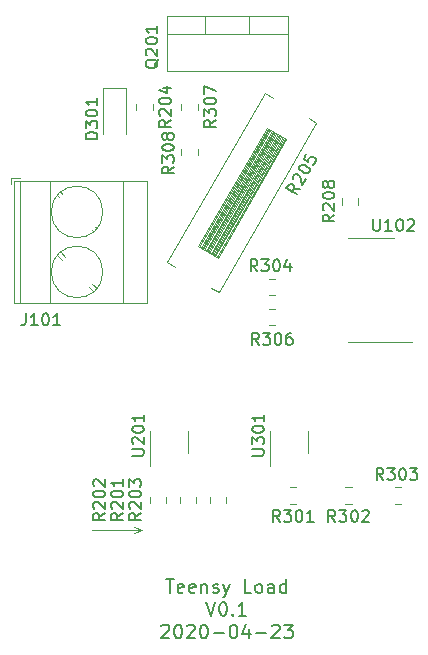
<source format=gbr>
G04 #@! TF.GenerationSoftware,KiCad,Pcbnew,5.1.5*
G04 #@! TF.CreationDate,2020-04-23T21:43:41+02:00*
G04 #@! TF.ProjectId,teensy-load,7465656e-7379-42d6-9c6f-61642e6b6963,rev?*
G04 #@! TF.SameCoordinates,Original*
G04 #@! TF.FileFunction,Legend,Top*
G04 #@! TF.FilePolarity,Positive*
%FSLAX46Y46*%
G04 Gerber Fmt 4.6, Leading zero omitted, Abs format (unit mm)*
G04 Created by KiCad (PCBNEW 5.1.5) date 2020-04-23 21:43:41*
%MOMM*%
%LPD*%
G04 APERTURE LIST*
%ADD10C,0.120000*%
%ADD11C,0.203200*%
%ADD12C,0.150000*%
G04 APERTURE END LIST*
D10*
X121031000Y-98044000D02*
X120396000Y-98298000D01*
X121031000Y-98044000D02*
X120396000Y-97790000D01*
X116840000Y-98044000D02*
X121031000Y-98044000D01*
D11*
X123099285Y-102231371D02*
X123752428Y-102231371D01*
X123425857Y-103374371D02*
X123425857Y-102231371D01*
X124568857Y-103319942D02*
X124460000Y-103374371D01*
X124242285Y-103374371D01*
X124133428Y-103319942D01*
X124079000Y-103211085D01*
X124079000Y-102775657D01*
X124133428Y-102666800D01*
X124242285Y-102612371D01*
X124460000Y-102612371D01*
X124568857Y-102666800D01*
X124623285Y-102775657D01*
X124623285Y-102884514D01*
X124079000Y-102993371D01*
X125548571Y-103319942D02*
X125439714Y-103374371D01*
X125222000Y-103374371D01*
X125113142Y-103319942D01*
X125058714Y-103211085D01*
X125058714Y-102775657D01*
X125113142Y-102666800D01*
X125222000Y-102612371D01*
X125439714Y-102612371D01*
X125548571Y-102666800D01*
X125603000Y-102775657D01*
X125603000Y-102884514D01*
X125058714Y-102993371D01*
X126092857Y-102612371D02*
X126092857Y-103374371D01*
X126092857Y-102721228D02*
X126147285Y-102666800D01*
X126256142Y-102612371D01*
X126419428Y-102612371D01*
X126528285Y-102666800D01*
X126582714Y-102775657D01*
X126582714Y-103374371D01*
X127072571Y-103319942D02*
X127181428Y-103374371D01*
X127399142Y-103374371D01*
X127508000Y-103319942D01*
X127562428Y-103211085D01*
X127562428Y-103156657D01*
X127508000Y-103047800D01*
X127399142Y-102993371D01*
X127235857Y-102993371D01*
X127127000Y-102938942D01*
X127072571Y-102830085D01*
X127072571Y-102775657D01*
X127127000Y-102666800D01*
X127235857Y-102612371D01*
X127399142Y-102612371D01*
X127508000Y-102666800D01*
X127943428Y-102612371D02*
X128215571Y-103374371D01*
X128487714Y-102612371D02*
X128215571Y-103374371D01*
X128106714Y-103646514D01*
X128052285Y-103700942D01*
X127943428Y-103755371D01*
X130338285Y-103374371D02*
X129794000Y-103374371D01*
X129794000Y-102231371D01*
X130882571Y-103374371D02*
X130773714Y-103319942D01*
X130719285Y-103265514D01*
X130664857Y-103156657D01*
X130664857Y-102830085D01*
X130719285Y-102721228D01*
X130773714Y-102666800D01*
X130882571Y-102612371D01*
X131045857Y-102612371D01*
X131154714Y-102666800D01*
X131209142Y-102721228D01*
X131263571Y-102830085D01*
X131263571Y-103156657D01*
X131209142Y-103265514D01*
X131154714Y-103319942D01*
X131045857Y-103374371D01*
X130882571Y-103374371D01*
X132243285Y-103374371D02*
X132243285Y-102775657D01*
X132188857Y-102666800D01*
X132080000Y-102612371D01*
X131862285Y-102612371D01*
X131753428Y-102666800D01*
X132243285Y-103319942D02*
X132134428Y-103374371D01*
X131862285Y-103374371D01*
X131753428Y-103319942D01*
X131699000Y-103211085D01*
X131699000Y-103102228D01*
X131753428Y-102993371D01*
X131862285Y-102938942D01*
X132134428Y-102938942D01*
X132243285Y-102884514D01*
X133277428Y-103374371D02*
X133277428Y-102231371D01*
X133277428Y-103319942D02*
X133168571Y-103374371D01*
X132950857Y-103374371D01*
X132842000Y-103319942D01*
X132787571Y-103265514D01*
X132733142Y-103156657D01*
X132733142Y-102830085D01*
X132787571Y-102721228D01*
X132842000Y-102666800D01*
X132950857Y-102612371D01*
X133168571Y-102612371D01*
X133277428Y-102666800D01*
X126528285Y-104149071D02*
X126909285Y-105292071D01*
X127290285Y-104149071D01*
X127889000Y-104149071D02*
X127997857Y-104149071D01*
X128106714Y-104203500D01*
X128161142Y-104257928D01*
X128215571Y-104366785D01*
X128270000Y-104584500D01*
X128270000Y-104856642D01*
X128215571Y-105074357D01*
X128161142Y-105183214D01*
X128106714Y-105237642D01*
X127997857Y-105292071D01*
X127889000Y-105292071D01*
X127780142Y-105237642D01*
X127725714Y-105183214D01*
X127671285Y-105074357D01*
X127616857Y-104856642D01*
X127616857Y-104584500D01*
X127671285Y-104366785D01*
X127725714Y-104257928D01*
X127780142Y-104203500D01*
X127889000Y-104149071D01*
X128759857Y-105183214D02*
X128814285Y-105237642D01*
X128759857Y-105292071D01*
X128705428Y-105237642D01*
X128759857Y-105183214D01*
X128759857Y-105292071D01*
X129902857Y-105292071D02*
X129249714Y-105292071D01*
X129576285Y-105292071D02*
X129576285Y-104149071D01*
X129467428Y-104312357D01*
X129358571Y-104421214D01*
X129249714Y-104475642D01*
X122718285Y-106175628D02*
X122772714Y-106121200D01*
X122881571Y-106066771D01*
X123153714Y-106066771D01*
X123262571Y-106121200D01*
X123317000Y-106175628D01*
X123371428Y-106284485D01*
X123371428Y-106393342D01*
X123317000Y-106556628D01*
X122663857Y-107209771D01*
X123371428Y-107209771D01*
X124079000Y-106066771D02*
X124187857Y-106066771D01*
X124296714Y-106121200D01*
X124351142Y-106175628D01*
X124405571Y-106284485D01*
X124460000Y-106502200D01*
X124460000Y-106774342D01*
X124405571Y-106992057D01*
X124351142Y-107100914D01*
X124296714Y-107155342D01*
X124187857Y-107209771D01*
X124079000Y-107209771D01*
X123970142Y-107155342D01*
X123915714Y-107100914D01*
X123861285Y-106992057D01*
X123806857Y-106774342D01*
X123806857Y-106502200D01*
X123861285Y-106284485D01*
X123915714Y-106175628D01*
X123970142Y-106121200D01*
X124079000Y-106066771D01*
X124895428Y-106175628D02*
X124949857Y-106121200D01*
X125058714Y-106066771D01*
X125330857Y-106066771D01*
X125439714Y-106121200D01*
X125494142Y-106175628D01*
X125548571Y-106284485D01*
X125548571Y-106393342D01*
X125494142Y-106556628D01*
X124841000Y-107209771D01*
X125548571Y-107209771D01*
X126256142Y-106066771D02*
X126365000Y-106066771D01*
X126473857Y-106121200D01*
X126528285Y-106175628D01*
X126582714Y-106284485D01*
X126637142Y-106502200D01*
X126637142Y-106774342D01*
X126582714Y-106992057D01*
X126528285Y-107100914D01*
X126473857Y-107155342D01*
X126365000Y-107209771D01*
X126256142Y-107209771D01*
X126147285Y-107155342D01*
X126092857Y-107100914D01*
X126038428Y-106992057D01*
X125984000Y-106774342D01*
X125984000Y-106502200D01*
X126038428Y-106284485D01*
X126092857Y-106175628D01*
X126147285Y-106121200D01*
X126256142Y-106066771D01*
X127127000Y-106774342D02*
X127997857Y-106774342D01*
X128759857Y-106066771D02*
X128868714Y-106066771D01*
X128977571Y-106121200D01*
X129032000Y-106175628D01*
X129086428Y-106284485D01*
X129140857Y-106502200D01*
X129140857Y-106774342D01*
X129086428Y-106992057D01*
X129032000Y-107100914D01*
X128977571Y-107155342D01*
X128868714Y-107209771D01*
X128759857Y-107209771D01*
X128651000Y-107155342D01*
X128596571Y-107100914D01*
X128542142Y-106992057D01*
X128487714Y-106774342D01*
X128487714Y-106502200D01*
X128542142Y-106284485D01*
X128596571Y-106175628D01*
X128651000Y-106121200D01*
X128759857Y-106066771D01*
X130120571Y-106447771D02*
X130120571Y-107209771D01*
X129848428Y-106012342D02*
X129576285Y-106828771D01*
X130283857Y-106828771D01*
X130719285Y-106774342D02*
X131590142Y-106774342D01*
X132080000Y-106175628D02*
X132134428Y-106121200D01*
X132243285Y-106066771D01*
X132515428Y-106066771D01*
X132624285Y-106121200D01*
X132678714Y-106175628D01*
X132733142Y-106284485D01*
X132733142Y-106393342D01*
X132678714Y-106556628D01*
X132025571Y-107209771D01*
X132733142Y-107209771D01*
X133114142Y-106066771D02*
X133821714Y-106066771D01*
X133440714Y-106502200D01*
X133604000Y-106502200D01*
X133712857Y-106556628D01*
X133767285Y-106611057D01*
X133821714Y-106719914D01*
X133821714Y-106992057D01*
X133767285Y-107100914D01*
X133712857Y-107155342D01*
X133604000Y-107209771D01*
X133277428Y-107209771D01*
X133168571Y-107155342D01*
X133114142Y-107100914D01*
D10*
X135166884Y-63198064D02*
X135842384Y-63588064D01*
X135842384Y-63588064D02*
X127572384Y-77912124D01*
X127572384Y-77912124D02*
X126896884Y-77522124D01*
X132153116Y-61458064D02*
X131477616Y-61068064D01*
X131477616Y-61068064D02*
X123207616Y-75392124D01*
X123207616Y-75392124D02*
X123883116Y-75782124D01*
X133286025Y-64975807D02*
X127496025Y-75004381D01*
X133182102Y-64915807D02*
X127392102Y-74944381D01*
X133078179Y-64855807D02*
X127288179Y-74884381D01*
X132974256Y-64795807D02*
X127184256Y-74824381D01*
X132870333Y-64735807D02*
X127080333Y-74764381D01*
X132766410Y-64675807D02*
X126976410Y-74704381D01*
X132662487Y-64615807D02*
X126872487Y-74644381D01*
X132558564Y-64555807D02*
X126768564Y-74584381D01*
X132454641Y-64495807D02*
X126664641Y-74524381D01*
X132350718Y-64435807D02*
X126560718Y-74464381D01*
X132246795Y-64375807D02*
X126456795Y-74404381D01*
X132142872Y-64315807D02*
X126352872Y-74344381D01*
X132038949Y-64255807D02*
X126248949Y-74284381D01*
X131935026Y-64195807D02*
X126145026Y-74224381D01*
X131831103Y-64135807D02*
X126041103Y-74164381D01*
X131727180Y-64075807D02*
X125937180Y-74104381D01*
X131623257Y-64015807D02*
X125833257Y-74044381D01*
X133286025Y-64975807D02*
X131623257Y-64015807D01*
X127496025Y-75004381D02*
X125833257Y-74044381D01*
X123138000Y-95242748D02*
X123138000Y-95765252D01*
X121718000Y-95242748D02*
X121718000Y-95765252D01*
X140462000Y-73289000D02*
X138512000Y-73289000D01*
X140462000Y-73289000D02*
X142412000Y-73289000D01*
X140462000Y-82159000D02*
X138512000Y-82159000D01*
X140462000Y-82159000D02*
X143912000Y-82159000D01*
X139394000Y-70492252D02*
X139394000Y-69969748D01*
X137974000Y-70492252D02*
X137974000Y-69969748D01*
X119745000Y-60665000D02*
X117745000Y-60665000D01*
X117745000Y-60665000D02*
X117745000Y-64515000D01*
X119745000Y-60665000D02*
X119745000Y-64515000D01*
X117750000Y-71120000D02*
G75*
G03X117750000Y-71120000I-2180000J0D01*
G01*
X117750000Y-76200000D02*
G75*
G03X117750000Y-76200000I-2180000J0D01*
G01*
X110770000Y-68520000D02*
X110770000Y-78800000D01*
X113270000Y-68520000D02*
X113270000Y-78800000D01*
X119470000Y-68520000D02*
X119470000Y-78800000D01*
X121530000Y-68520000D02*
X121530000Y-78800000D01*
X110210000Y-68520000D02*
X110210000Y-78800000D01*
X121530000Y-68520000D02*
X110210000Y-68520000D01*
X121530000Y-78800000D02*
X110210000Y-78800000D01*
X116958000Y-72774000D02*
X116851000Y-72667000D01*
X114023000Y-69838000D02*
X113916000Y-69732000D01*
X117224000Y-72508000D02*
X117117000Y-72401000D01*
X114289000Y-69572000D02*
X114182000Y-69466000D01*
X116958000Y-77854000D02*
X116562000Y-77459000D01*
X114296000Y-75193000D02*
X113916000Y-74813000D01*
X117224000Y-77588000D02*
X116844000Y-77208000D01*
X114578000Y-74942000D02*
X114182000Y-74547000D01*
X110710000Y-68280000D02*
X109970000Y-68280000D01*
X109970000Y-68280000D02*
X109970000Y-68780000D01*
X123150000Y-54515000D02*
X133390000Y-54515000D01*
X123150000Y-59156000D02*
X133390000Y-59156000D01*
X123150000Y-54515000D02*
X123150000Y-59156000D01*
X133390000Y-54515000D02*
X133390000Y-59156000D01*
X123150000Y-56025000D02*
X133390000Y-56025000D01*
X126420000Y-54515000D02*
X126420000Y-56025000D01*
X130121000Y-54515000D02*
X130121000Y-56025000D01*
X128218000Y-95251748D02*
X128218000Y-95774252D01*
X126798000Y-95251748D02*
X126798000Y-95774252D01*
X120575000Y-61968748D02*
X120575000Y-62491252D01*
X121995000Y-61968748D02*
X121995000Y-62491252D01*
X133596748Y-94413000D02*
X134119252Y-94413000D01*
X133596748Y-95833000D02*
X134119252Y-95833000D01*
X138286748Y-95833000D02*
X138809252Y-95833000D01*
X138286748Y-94413000D02*
X138809252Y-94413000D01*
X125805000Y-61968748D02*
X125805000Y-62491252D01*
X124385000Y-61968748D02*
X124385000Y-62491252D01*
X124385000Y-65778748D02*
X124385000Y-66301252D01*
X125805000Y-65778748D02*
X125805000Y-66301252D01*
X124988000Y-91498000D02*
X124988000Y-89698000D01*
X121768000Y-89698000D02*
X121768000Y-92648000D01*
X131933000Y-89698000D02*
X131933000Y-92648000D01*
X135153000Y-91498000D02*
X135153000Y-89698000D01*
X132341252Y-78180000D02*
X131818748Y-78180000D01*
X132341252Y-76760000D02*
X131818748Y-76760000D01*
X132341252Y-79300000D02*
X131818748Y-79300000D01*
X132341252Y-80720000D02*
X131818748Y-80720000D01*
X125678000Y-95251748D02*
X125678000Y-95774252D01*
X124258000Y-95251748D02*
X124258000Y-95774252D01*
X142486748Y-94413000D02*
X143009252Y-94413000D01*
X142486748Y-95833000D02*
X143009252Y-95833000D01*
D12*
X134452249Y-69140314D02*
X133873189Y-69190894D01*
X134166535Y-69635185D02*
X133300509Y-69135185D01*
X133490986Y-68805271D01*
X133579844Y-68746602D01*
X133644893Y-68729172D01*
X133751181Y-68735552D01*
X133874899Y-68806980D01*
X133933568Y-68895839D01*
X133950998Y-68960887D01*
X133944618Y-69067176D01*
X133754142Y-69397090D01*
X133859178Y-68358018D02*
X133841749Y-68292969D01*
X133848128Y-68186681D01*
X133967176Y-67980485D01*
X134056034Y-67921816D01*
X134121083Y-67904386D01*
X134227371Y-67910766D01*
X134309850Y-67958385D01*
X134409758Y-68071053D01*
X134618916Y-68851639D01*
X134928440Y-68315528D01*
X134371938Y-67279417D02*
X134419557Y-67196938D01*
X134508415Y-67138269D01*
X134573464Y-67120839D01*
X134679752Y-67127219D01*
X134868519Y-67181218D01*
X135074716Y-67300265D01*
X135215863Y-67436743D01*
X135274532Y-67525601D01*
X135291962Y-67590650D01*
X135285582Y-67696938D01*
X135237963Y-67779417D01*
X135149105Y-67838086D01*
X135084056Y-67855515D01*
X134977768Y-67849136D01*
X134789001Y-67795137D01*
X134582805Y-67676089D01*
X134441657Y-67539612D01*
X134382988Y-67450754D01*
X134365558Y-67385705D01*
X134371938Y-67279417D01*
X134990986Y-66207195D02*
X134752890Y-66619588D01*
X135141474Y-66898922D01*
X135124044Y-66833873D01*
X135130424Y-66727585D01*
X135249471Y-66521389D01*
X135338330Y-66462720D01*
X135403379Y-66445290D01*
X135509667Y-66451670D01*
X135715863Y-66570717D01*
X135774532Y-66659576D01*
X135791962Y-66724624D01*
X135785582Y-66830913D01*
X135666535Y-67037109D01*
X135577676Y-67095778D01*
X135512628Y-67113208D01*
X117927380Y-96623047D02*
X117451190Y-96956380D01*
X117927380Y-97194476D02*
X116927380Y-97194476D01*
X116927380Y-96813523D01*
X116975000Y-96718285D01*
X117022619Y-96670666D01*
X117117857Y-96623047D01*
X117260714Y-96623047D01*
X117355952Y-96670666D01*
X117403571Y-96718285D01*
X117451190Y-96813523D01*
X117451190Y-97194476D01*
X117022619Y-96242095D02*
X116975000Y-96194476D01*
X116927380Y-96099238D01*
X116927380Y-95861142D01*
X116975000Y-95765904D01*
X117022619Y-95718285D01*
X117117857Y-95670666D01*
X117213095Y-95670666D01*
X117355952Y-95718285D01*
X117927380Y-96289714D01*
X117927380Y-95670666D01*
X116927380Y-95051619D02*
X116927380Y-94956380D01*
X116975000Y-94861142D01*
X117022619Y-94813523D01*
X117117857Y-94765904D01*
X117308333Y-94718285D01*
X117546428Y-94718285D01*
X117736904Y-94765904D01*
X117832142Y-94813523D01*
X117879761Y-94861142D01*
X117927380Y-94956380D01*
X117927380Y-95051619D01*
X117879761Y-95146857D01*
X117832142Y-95194476D01*
X117736904Y-95242095D01*
X117546428Y-95289714D01*
X117308333Y-95289714D01*
X117117857Y-95242095D01*
X117022619Y-95194476D01*
X116975000Y-95146857D01*
X116927380Y-95051619D01*
X117022619Y-94337333D02*
X116975000Y-94289714D01*
X116927380Y-94194476D01*
X116927380Y-93956380D01*
X116975000Y-93861142D01*
X117022619Y-93813523D01*
X117117857Y-93765904D01*
X117213095Y-93765904D01*
X117355952Y-93813523D01*
X117927380Y-94384952D01*
X117927380Y-93765904D01*
X140652714Y-71715380D02*
X140652714Y-72524904D01*
X140700333Y-72620142D01*
X140747952Y-72667761D01*
X140843190Y-72715380D01*
X141033666Y-72715380D01*
X141128904Y-72667761D01*
X141176523Y-72620142D01*
X141224142Y-72524904D01*
X141224142Y-71715380D01*
X142224142Y-72715380D02*
X141652714Y-72715380D01*
X141938428Y-72715380D02*
X141938428Y-71715380D01*
X141843190Y-71858238D01*
X141747952Y-71953476D01*
X141652714Y-72001095D01*
X142843190Y-71715380D02*
X142938428Y-71715380D01*
X143033666Y-71763000D01*
X143081285Y-71810619D01*
X143128904Y-71905857D01*
X143176523Y-72096333D01*
X143176523Y-72334428D01*
X143128904Y-72524904D01*
X143081285Y-72620142D01*
X143033666Y-72667761D01*
X142938428Y-72715380D01*
X142843190Y-72715380D01*
X142747952Y-72667761D01*
X142700333Y-72620142D01*
X142652714Y-72524904D01*
X142605095Y-72334428D01*
X142605095Y-72096333D01*
X142652714Y-71905857D01*
X142700333Y-71810619D01*
X142747952Y-71763000D01*
X142843190Y-71715380D01*
X143557476Y-71810619D02*
X143605095Y-71763000D01*
X143700333Y-71715380D01*
X143938428Y-71715380D01*
X144033666Y-71763000D01*
X144081285Y-71810619D01*
X144128904Y-71905857D01*
X144128904Y-72001095D01*
X144081285Y-72143952D01*
X143509857Y-72715380D01*
X144128904Y-72715380D01*
X137358380Y-71350047D02*
X136882190Y-71683380D01*
X137358380Y-71921476D02*
X136358380Y-71921476D01*
X136358380Y-71540523D01*
X136406000Y-71445285D01*
X136453619Y-71397666D01*
X136548857Y-71350047D01*
X136691714Y-71350047D01*
X136786952Y-71397666D01*
X136834571Y-71445285D01*
X136882190Y-71540523D01*
X136882190Y-71921476D01*
X136453619Y-70969095D02*
X136406000Y-70921476D01*
X136358380Y-70826238D01*
X136358380Y-70588142D01*
X136406000Y-70492904D01*
X136453619Y-70445285D01*
X136548857Y-70397666D01*
X136644095Y-70397666D01*
X136786952Y-70445285D01*
X137358380Y-71016714D01*
X137358380Y-70397666D01*
X136358380Y-69778619D02*
X136358380Y-69683380D01*
X136406000Y-69588142D01*
X136453619Y-69540523D01*
X136548857Y-69492904D01*
X136739333Y-69445285D01*
X136977428Y-69445285D01*
X137167904Y-69492904D01*
X137263142Y-69540523D01*
X137310761Y-69588142D01*
X137358380Y-69683380D01*
X137358380Y-69778619D01*
X137310761Y-69873857D01*
X137263142Y-69921476D01*
X137167904Y-69969095D01*
X136977428Y-70016714D01*
X136739333Y-70016714D01*
X136548857Y-69969095D01*
X136453619Y-69921476D01*
X136406000Y-69873857D01*
X136358380Y-69778619D01*
X136786952Y-68873857D02*
X136739333Y-68969095D01*
X136691714Y-69016714D01*
X136596476Y-69064333D01*
X136548857Y-69064333D01*
X136453619Y-69016714D01*
X136406000Y-68969095D01*
X136358380Y-68873857D01*
X136358380Y-68683380D01*
X136406000Y-68588142D01*
X136453619Y-68540523D01*
X136548857Y-68492904D01*
X136596476Y-68492904D01*
X136691714Y-68540523D01*
X136739333Y-68588142D01*
X136786952Y-68683380D01*
X136786952Y-68873857D01*
X136834571Y-68969095D01*
X136882190Y-69016714D01*
X136977428Y-69064333D01*
X137167904Y-69064333D01*
X137263142Y-69016714D01*
X137310761Y-68969095D01*
X137358380Y-68873857D01*
X137358380Y-68683380D01*
X137310761Y-68588142D01*
X137263142Y-68540523D01*
X137167904Y-68492904D01*
X136977428Y-68492904D01*
X136882190Y-68540523D01*
X136834571Y-68588142D01*
X136786952Y-68683380D01*
X117292380Y-64936476D02*
X116292380Y-64936476D01*
X116292380Y-64698380D01*
X116340000Y-64555523D01*
X116435238Y-64460285D01*
X116530476Y-64412666D01*
X116720952Y-64365047D01*
X116863809Y-64365047D01*
X117054285Y-64412666D01*
X117149523Y-64460285D01*
X117244761Y-64555523D01*
X117292380Y-64698380D01*
X117292380Y-64936476D01*
X116292380Y-64031714D02*
X116292380Y-63412666D01*
X116673333Y-63746000D01*
X116673333Y-63603142D01*
X116720952Y-63507904D01*
X116768571Y-63460285D01*
X116863809Y-63412666D01*
X117101904Y-63412666D01*
X117197142Y-63460285D01*
X117244761Y-63507904D01*
X117292380Y-63603142D01*
X117292380Y-63888857D01*
X117244761Y-63984095D01*
X117197142Y-64031714D01*
X116292380Y-62793619D02*
X116292380Y-62698380D01*
X116340000Y-62603142D01*
X116387619Y-62555523D01*
X116482857Y-62507904D01*
X116673333Y-62460285D01*
X116911428Y-62460285D01*
X117101904Y-62507904D01*
X117197142Y-62555523D01*
X117244761Y-62603142D01*
X117292380Y-62698380D01*
X117292380Y-62793619D01*
X117244761Y-62888857D01*
X117197142Y-62936476D01*
X117101904Y-62984095D01*
X116911428Y-63031714D01*
X116673333Y-63031714D01*
X116482857Y-62984095D01*
X116387619Y-62936476D01*
X116340000Y-62888857D01*
X116292380Y-62793619D01*
X117292380Y-61507904D02*
X117292380Y-62079333D01*
X117292380Y-61793619D02*
X116292380Y-61793619D01*
X116435238Y-61888857D01*
X116530476Y-61984095D01*
X116578095Y-62079333D01*
X111236285Y-79716380D02*
X111236285Y-80430666D01*
X111188666Y-80573523D01*
X111093428Y-80668761D01*
X110950571Y-80716380D01*
X110855333Y-80716380D01*
X112236285Y-80716380D02*
X111664857Y-80716380D01*
X111950571Y-80716380D02*
X111950571Y-79716380D01*
X111855333Y-79859238D01*
X111760095Y-79954476D01*
X111664857Y-80002095D01*
X112855333Y-79716380D02*
X112950571Y-79716380D01*
X113045809Y-79764000D01*
X113093428Y-79811619D01*
X113141047Y-79906857D01*
X113188666Y-80097333D01*
X113188666Y-80335428D01*
X113141047Y-80525904D01*
X113093428Y-80621142D01*
X113045809Y-80668761D01*
X112950571Y-80716380D01*
X112855333Y-80716380D01*
X112760095Y-80668761D01*
X112712476Y-80621142D01*
X112664857Y-80525904D01*
X112617238Y-80335428D01*
X112617238Y-80097333D01*
X112664857Y-79906857D01*
X112712476Y-79811619D01*
X112760095Y-79764000D01*
X112855333Y-79716380D01*
X114141047Y-80716380D02*
X113569619Y-80716380D01*
X113855333Y-80716380D02*
X113855333Y-79716380D01*
X113760095Y-79859238D01*
X113664857Y-79954476D01*
X113569619Y-80002095D01*
X122467619Y-58197619D02*
X122420000Y-58292857D01*
X122324761Y-58388095D01*
X122181904Y-58530952D01*
X122134285Y-58626190D01*
X122134285Y-58721428D01*
X122372380Y-58673809D02*
X122324761Y-58769047D01*
X122229523Y-58864285D01*
X122039047Y-58911904D01*
X121705714Y-58911904D01*
X121515238Y-58864285D01*
X121420000Y-58769047D01*
X121372380Y-58673809D01*
X121372380Y-58483333D01*
X121420000Y-58388095D01*
X121515238Y-58292857D01*
X121705714Y-58245238D01*
X122039047Y-58245238D01*
X122229523Y-58292857D01*
X122324761Y-58388095D01*
X122372380Y-58483333D01*
X122372380Y-58673809D01*
X121467619Y-57864285D02*
X121420000Y-57816666D01*
X121372380Y-57721428D01*
X121372380Y-57483333D01*
X121420000Y-57388095D01*
X121467619Y-57340476D01*
X121562857Y-57292857D01*
X121658095Y-57292857D01*
X121800952Y-57340476D01*
X122372380Y-57911904D01*
X122372380Y-57292857D01*
X121372380Y-56673809D02*
X121372380Y-56578571D01*
X121420000Y-56483333D01*
X121467619Y-56435714D01*
X121562857Y-56388095D01*
X121753333Y-56340476D01*
X121991428Y-56340476D01*
X122181904Y-56388095D01*
X122277142Y-56435714D01*
X122324761Y-56483333D01*
X122372380Y-56578571D01*
X122372380Y-56673809D01*
X122324761Y-56769047D01*
X122277142Y-56816666D01*
X122181904Y-56864285D01*
X121991428Y-56911904D01*
X121753333Y-56911904D01*
X121562857Y-56864285D01*
X121467619Y-56816666D01*
X121420000Y-56769047D01*
X121372380Y-56673809D01*
X122372380Y-55388095D02*
X122372380Y-55959523D01*
X122372380Y-55673809D02*
X121372380Y-55673809D01*
X121515238Y-55769047D01*
X121610476Y-55864285D01*
X121658095Y-55959523D01*
X120975380Y-96623047D02*
X120499190Y-96956380D01*
X120975380Y-97194476D02*
X119975380Y-97194476D01*
X119975380Y-96813523D01*
X120023000Y-96718285D01*
X120070619Y-96670666D01*
X120165857Y-96623047D01*
X120308714Y-96623047D01*
X120403952Y-96670666D01*
X120451571Y-96718285D01*
X120499190Y-96813523D01*
X120499190Y-97194476D01*
X120070619Y-96242095D02*
X120023000Y-96194476D01*
X119975380Y-96099238D01*
X119975380Y-95861142D01*
X120023000Y-95765904D01*
X120070619Y-95718285D01*
X120165857Y-95670666D01*
X120261095Y-95670666D01*
X120403952Y-95718285D01*
X120975380Y-96289714D01*
X120975380Y-95670666D01*
X119975380Y-95051619D02*
X119975380Y-94956380D01*
X120023000Y-94861142D01*
X120070619Y-94813523D01*
X120165857Y-94765904D01*
X120356333Y-94718285D01*
X120594428Y-94718285D01*
X120784904Y-94765904D01*
X120880142Y-94813523D01*
X120927761Y-94861142D01*
X120975380Y-94956380D01*
X120975380Y-95051619D01*
X120927761Y-95146857D01*
X120880142Y-95194476D01*
X120784904Y-95242095D01*
X120594428Y-95289714D01*
X120356333Y-95289714D01*
X120165857Y-95242095D01*
X120070619Y-95194476D01*
X120023000Y-95146857D01*
X119975380Y-95051619D01*
X119975380Y-94384952D02*
X119975380Y-93765904D01*
X120356333Y-94099238D01*
X120356333Y-93956380D01*
X120403952Y-93861142D01*
X120451571Y-93813523D01*
X120546809Y-93765904D01*
X120784904Y-93765904D01*
X120880142Y-93813523D01*
X120927761Y-93861142D01*
X120975380Y-93956380D01*
X120975380Y-94242095D01*
X120927761Y-94337333D01*
X120880142Y-94384952D01*
X123515380Y-63349047D02*
X123039190Y-63682380D01*
X123515380Y-63920476D02*
X122515380Y-63920476D01*
X122515380Y-63539523D01*
X122563000Y-63444285D01*
X122610619Y-63396666D01*
X122705857Y-63349047D01*
X122848714Y-63349047D01*
X122943952Y-63396666D01*
X122991571Y-63444285D01*
X123039190Y-63539523D01*
X123039190Y-63920476D01*
X122610619Y-62968095D02*
X122563000Y-62920476D01*
X122515380Y-62825238D01*
X122515380Y-62587142D01*
X122563000Y-62491904D01*
X122610619Y-62444285D01*
X122705857Y-62396666D01*
X122801095Y-62396666D01*
X122943952Y-62444285D01*
X123515380Y-63015714D01*
X123515380Y-62396666D01*
X122515380Y-61777619D02*
X122515380Y-61682380D01*
X122563000Y-61587142D01*
X122610619Y-61539523D01*
X122705857Y-61491904D01*
X122896333Y-61444285D01*
X123134428Y-61444285D01*
X123324904Y-61491904D01*
X123420142Y-61539523D01*
X123467761Y-61587142D01*
X123515380Y-61682380D01*
X123515380Y-61777619D01*
X123467761Y-61872857D01*
X123420142Y-61920476D01*
X123324904Y-61968095D01*
X123134428Y-62015714D01*
X122896333Y-62015714D01*
X122705857Y-61968095D01*
X122610619Y-61920476D01*
X122563000Y-61872857D01*
X122515380Y-61777619D01*
X122848714Y-60587142D02*
X123515380Y-60587142D01*
X122467761Y-60825238D02*
X123182047Y-61063333D01*
X123182047Y-60444285D01*
X132738952Y-97353380D02*
X132405619Y-96877190D01*
X132167523Y-97353380D02*
X132167523Y-96353380D01*
X132548476Y-96353380D01*
X132643714Y-96401000D01*
X132691333Y-96448619D01*
X132738952Y-96543857D01*
X132738952Y-96686714D01*
X132691333Y-96781952D01*
X132643714Y-96829571D01*
X132548476Y-96877190D01*
X132167523Y-96877190D01*
X133072285Y-96353380D02*
X133691333Y-96353380D01*
X133358000Y-96734333D01*
X133500857Y-96734333D01*
X133596095Y-96781952D01*
X133643714Y-96829571D01*
X133691333Y-96924809D01*
X133691333Y-97162904D01*
X133643714Y-97258142D01*
X133596095Y-97305761D01*
X133500857Y-97353380D01*
X133215142Y-97353380D01*
X133119904Y-97305761D01*
X133072285Y-97258142D01*
X134310380Y-96353380D02*
X134405619Y-96353380D01*
X134500857Y-96401000D01*
X134548476Y-96448619D01*
X134596095Y-96543857D01*
X134643714Y-96734333D01*
X134643714Y-96972428D01*
X134596095Y-97162904D01*
X134548476Y-97258142D01*
X134500857Y-97305761D01*
X134405619Y-97353380D01*
X134310380Y-97353380D01*
X134215142Y-97305761D01*
X134167523Y-97258142D01*
X134119904Y-97162904D01*
X134072285Y-96972428D01*
X134072285Y-96734333D01*
X134119904Y-96543857D01*
X134167523Y-96448619D01*
X134215142Y-96401000D01*
X134310380Y-96353380D01*
X135596095Y-97353380D02*
X135024666Y-97353380D01*
X135310380Y-97353380D02*
X135310380Y-96353380D01*
X135215142Y-96496238D01*
X135119904Y-96591476D01*
X135024666Y-96639095D01*
X137428952Y-97353380D02*
X137095619Y-96877190D01*
X136857523Y-97353380D02*
X136857523Y-96353380D01*
X137238476Y-96353380D01*
X137333714Y-96401000D01*
X137381333Y-96448619D01*
X137428952Y-96543857D01*
X137428952Y-96686714D01*
X137381333Y-96781952D01*
X137333714Y-96829571D01*
X137238476Y-96877190D01*
X136857523Y-96877190D01*
X137762285Y-96353380D02*
X138381333Y-96353380D01*
X138048000Y-96734333D01*
X138190857Y-96734333D01*
X138286095Y-96781952D01*
X138333714Y-96829571D01*
X138381333Y-96924809D01*
X138381333Y-97162904D01*
X138333714Y-97258142D01*
X138286095Y-97305761D01*
X138190857Y-97353380D01*
X137905142Y-97353380D01*
X137809904Y-97305761D01*
X137762285Y-97258142D01*
X139000380Y-96353380D02*
X139095619Y-96353380D01*
X139190857Y-96401000D01*
X139238476Y-96448619D01*
X139286095Y-96543857D01*
X139333714Y-96734333D01*
X139333714Y-96972428D01*
X139286095Y-97162904D01*
X139238476Y-97258142D01*
X139190857Y-97305761D01*
X139095619Y-97353380D01*
X139000380Y-97353380D01*
X138905142Y-97305761D01*
X138857523Y-97258142D01*
X138809904Y-97162904D01*
X138762285Y-96972428D01*
X138762285Y-96734333D01*
X138809904Y-96543857D01*
X138857523Y-96448619D01*
X138905142Y-96401000D01*
X139000380Y-96353380D01*
X139714666Y-96448619D02*
X139762285Y-96401000D01*
X139857523Y-96353380D01*
X140095619Y-96353380D01*
X140190857Y-96401000D01*
X140238476Y-96448619D01*
X140286095Y-96543857D01*
X140286095Y-96639095D01*
X140238476Y-96781952D01*
X139667047Y-97353380D01*
X140286095Y-97353380D01*
X127325380Y-63349047D02*
X126849190Y-63682380D01*
X127325380Y-63920476D02*
X126325380Y-63920476D01*
X126325380Y-63539523D01*
X126373000Y-63444285D01*
X126420619Y-63396666D01*
X126515857Y-63349047D01*
X126658714Y-63349047D01*
X126753952Y-63396666D01*
X126801571Y-63444285D01*
X126849190Y-63539523D01*
X126849190Y-63920476D01*
X126325380Y-63015714D02*
X126325380Y-62396666D01*
X126706333Y-62730000D01*
X126706333Y-62587142D01*
X126753952Y-62491904D01*
X126801571Y-62444285D01*
X126896809Y-62396666D01*
X127134904Y-62396666D01*
X127230142Y-62444285D01*
X127277761Y-62491904D01*
X127325380Y-62587142D01*
X127325380Y-62872857D01*
X127277761Y-62968095D01*
X127230142Y-63015714D01*
X126325380Y-61777619D02*
X126325380Y-61682380D01*
X126373000Y-61587142D01*
X126420619Y-61539523D01*
X126515857Y-61491904D01*
X126706333Y-61444285D01*
X126944428Y-61444285D01*
X127134904Y-61491904D01*
X127230142Y-61539523D01*
X127277761Y-61587142D01*
X127325380Y-61682380D01*
X127325380Y-61777619D01*
X127277761Y-61872857D01*
X127230142Y-61920476D01*
X127134904Y-61968095D01*
X126944428Y-62015714D01*
X126706333Y-62015714D01*
X126515857Y-61968095D01*
X126420619Y-61920476D01*
X126373000Y-61872857D01*
X126325380Y-61777619D01*
X126325380Y-61110952D02*
X126325380Y-60444285D01*
X127325380Y-60872857D01*
X123769380Y-67286047D02*
X123293190Y-67619380D01*
X123769380Y-67857476D02*
X122769380Y-67857476D01*
X122769380Y-67476523D01*
X122817000Y-67381285D01*
X122864619Y-67333666D01*
X122959857Y-67286047D01*
X123102714Y-67286047D01*
X123197952Y-67333666D01*
X123245571Y-67381285D01*
X123293190Y-67476523D01*
X123293190Y-67857476D01*
X122769380Y-66952714D02*
X122769380Y-66333666D01*
X123150333Y-66667000D01*
X123150333Y-66524142D01*
X123197952Y-66428904D01*
X123245571Y-66381285D01*
X123340809Y-66333666D01*
X123578904Y-66333666D01*
X123674142Y-66381285D01*
X123721761Y-66428904D01*
X123769380Y-66524142D01*
X123769380Y-66809857D01*
X123721761Y-66905095D01*
X123674142Y-66952714D01*
X122769380Y-65714619D02*
X122769380Y-65619380D01*
X122817000Y-65524142D01*
X122864619Y-65476523D01*
X122959857Y-65428904D01*
X123150333Y-65381285D01*
X123388428Y-65381285D01*
X123578904Y-65428904D01*
X123674142Y-65476523D01*
X123721761Y-65524142D01*
X123769380Y-65619380D01*
X123769380Y-65714619D01*
X123721761Y-65809857D01*
X123674142Y-65857476D01*
X123578904Y-65905095D01*
X123388428Y-65952714D01*
X123150333Y-65952714D01*
X122959857Y-65905095D01*
X122864619Y-65857476D01*
X122817000Y-65809857D01*
X122769380Y-65714619D01*
X123197952Y-64809857D02*
X123150333Y-64905095D01*
X123102714Y-64952714D01*
X123007476Y-65000333D01*
X122959857Y-65000333D01*
X122864619Y-64952714D01*
X122817000Y-64905095D01*
X122769380Y-64809857D01*
X122769380Y-64619380D01*
X122817000Y-64524142D01*
X122864619Y-64476523D01*
X122959857Y-64428904D01*
X123007476Y-64428904D01*
X123102714Y-64476523D01*
X123150333Y-64524142D01*
X123197952Y-64619380D01*
X123197952Y-64809857D01*
X123245571Y-64905095D01*
X123293190Y-64952714D01*
X123388428Y-65000333D01*
X123578904Y-65000333D01*
X123674142Y-64952714D01*
X123721761Y-64905095D01*
X123769380Y-64809857D01*
X123769380Y-64619380D01*
X123721761Y-64524142D01*
X123674142Y-64476523D01*
X123578904Y-64428904D01*
X123388428Y-64428904D01*
X123293190Y-64476523D01*
X123245571Y-64524142D01*
X123197952Y-64619380D01*
X120229380Y-91757285D02*
X121038904Y-91757285D01*
X121134142Y-91709666D01*
X121181761Y-91662047D01*
X121229380Y-91566809D01*
X121229380Y-91376333D01*
X121181761Y-91281095D01*
X121134142Y-91233476D01*
X121038904Y-91185857D01*
X120229380Y-91185857D01*
X120324619Y-90757285D02*
X120277000Y-90709666D01*
X120229380Y-90614428D01*
X120229380Y-90376333D01*
X120277000Y-90281095D01*
X120324619Y-90233476D01*
X120419857Y-90185857D01*
X120515095Y-90185857D01*
X120657952Y-90233476D01*
X121229380Y-90804904D01*
X121229380Y-90185857D01*
X120229380Y-89566809D02*
X120229380Y-89471571D01*
X120277000Y-89376333D01*
X120324619Y-89328714D01*
X120419857Y-89281095D01*
X120610333Y-89233476D01*
X120848428Y-89233476D01*
X121038904Y-89281095D01*
X121134142Y-89328714D01*
X121181761Y-89376333D01*
X121229380Y-89471571D01*
X121229380Y-89566809D01*
X121181761Y-89662047D01*
X121134142Y-89709666D01*
X121038904Y-89757285D01*
X120848428Y-89804904D01*
X120610333Y-89804904D01*
X120419857Y-89757285D01*
X120324619Y-89709666D01*
X120277000Y-89662047D01*
X120229380Y-89566809D01*
X121229380Y-88281095D02*
X121229380Y-88852523D01*
X121229380Y-88566809D02*
X120229380Y-88566809D01*
X120372238Y-88662047D01*
X120467476Y-88757285D01*
X120515095Y-88852523D01*
X130389380Y-91757285D02*
X131198904Y-91757285D01*
X131294142Y-91709666D01*
X131341761Y-91662047D01*
X131389380Y-91566809D01*
X131389380Y-91376333D01*
X131341761Y-91281095D01*
X131294142Y-91233476D01*
X131198904Y-91185857D01*
X130389380Y-91185857D01*
X130389380Y-90804904D02*
X130389380Y-90185857D01*
X130770333Y-90519190D01*
X130770333Y-90376333D01*
X130817952Y-90281095D01*
X130865571Y-90233476D01*
X130960809Y-90185857D01*
X131198904Y-90185857D01*
X131294142Y-90233476D01*
X131341761Y-90281095D01*
X131389380Y-90376333D01*
X131389380Y-90662047D01*
X131341761Y-90757285D01*
X131294142Y-90804904D01*
X130389380Y-89566809D02*
X130389380Y-89471571D01*
X130437000Y-89376333D01*
X130484619Y-89328714D01*
X130579857Y-89281095D01*
X130770333Y-89233476D01*
X131008428Y-89233476D01*
X131198904Y-89281095D01*
X131294142Y-89328714D01*
X131341761Y-89376333D01*
X131389380Y-89471571D01*
X131389380Y-89566809D01*
X131341761Y-89662047D01*
X131294142Y-89709666D01*
X131198904Y-89757285D01*
X131008428Y-89804904D01*
X130770333Y-89804904D01*
X130579857Y-89757285D01*
X130484619Y-89709666D01*
X130437000Y-89662047D01*
X130389380Y-89566809D01*
X131389380Y-88281095D02*
X131389380Y-88852523D01*
X131389380Y-88566809D02*
X130389380Y-88566809D01*
X130532238Y-88662047D01*
X130627476Y-88757285D01*
X130675095Y-88852523D01*
X130833952Y-76144380D02*
X130500619Y-75668190D01*
X130262523Y-76144380D02*
X130262523Y-75144380D01*
X130643476Y-75144380D01*
X130738714Y-75192000D01*
X130786333Y-75239619D01*
X130833952Y-75334857D01*
X130833952Y-75477714D01*
X130786333Y-75572952D01*
X130738714Y-75620571D01*
X130643476Y-75668190D01*
X130262523Y-75668190D01*
X131167285Y-75144380D02*
X131786333Y-75144380D01*
X131453000Y-75525333D01*
X131595857Y-75525333D01*
X131691095Y-75572952D01*
X131738714Y-75620571D01*
X131786333Y-75715809D01*
X131786333Y-75953904D01*
X131738714Y-76049142D01*
X131691095Y-76096761D01*
X131595857Y-76144380D01*
X131310142Y-76144380D01*
X131214904Y-76096761D01*
X131167285Y-76049142D01*
X132405380Y-75144380D02*
X132500619Y-75144380D01*
X132595857Y-75192000D01*
X132643476Y-75239619D01*
X132691095Y-75334857D01*
X132738714Y-75525333D01*
X132738714Y-75763428D01*
X132691095Y-75953904D01*
X132643476Y-76049142D01*
X132595857Y-76096761D01*
X132500619Y-76144380D01*
X132405380Y-76144380D01*
X132310142Y-76096761D01*
X132262523Y-76049142D01*
X132214904Y-75953904D01*
X132167285Y-75763428D01*
X132167285Y-75525333D01*
X132214904Y-75334857D01*
X132262523Y-75239619D01*
X132310142Y-75192000D01*
X132405380Y-75144380D01*
X133595857Y-75477714D02*
X133595857Y-76144380D01*
X133357761Y-75096761D02*
X133119666Y-75811047D01*
X133738714Y-75811047D01*
X130960952Y-82367380D02*
X130627619Y-81891190D01*
X130389523Y-82367380D02*
X130389523Y-81367380D01*
X130770476Y-81367380D01*
X130865714Y-81415000D01*
X130913333Y-81462619D01*
X130960952Y-81557857D01*
X130960952Y-81700714D01*
X130913333Y-81795952D01*
X130865714Y-81843571D01*
X130770476Y-81891190D01*
X130389523Y-81891190D01*
X131294285Y-81367380D02*
X131913333Y-81367380D01*
X131580000Y-81748333D01*
X131722857Y-81748333D01*
X131818095Y-81795952D01*
X131865714Y-81843571D01*
X131913333Y-81938809D01*
X131913333Y-82176904D01*
X131865714Y-82272142D01*
X131818095Y-82319761D01*
X131722857Y-82367380D01*
X131437142Y-82367380D01*
X131341904Y-82319761D01*
X131294285Y-82272142D01*
X132532380Y-81367380D02*
X132627619Y-81367380D01*
X132722857Y-81415000D01*
X132770476Y-81462619D01*
X132818095Y-81557857D01*
X132865714Y-81748333D01*
X132865714Y-81986428D01*
X132818095Y-82176904D01*
X132770476Y-82272142D01*
X132722857Y-82319761D01*
X132627619Y-82367380D01*
X132532380Y-82367380D01*
X132437142Y-82319761D01*
X132389523Y-82272142D01*
X132341904Y-82176904D01*
X132294285Y-81986428D01*
X132294285Y-81748333D01*
X132341904Y-81557857D01*
X132389523Y-81462619D01*
X132437142Y-81415000D01*
X132532380Y-81367380D01*
X133722857Y-81367380D02*
X133532380Y-81367380D01*
X133437142Y-81415000D01*
X133389523Y-81462619D01*
X133294285Y-81605476D01*
X133246666Y-81795952D01*
X133246666Y-82176904D01*
X133294285Y-82272142D01*
X133341904Y-82319761D01*
X133437142Y-82367380D01*
X133627619Y-82367380D01*
X133722857Y-82319761D01*
X133770476Y-82272142D01*
X133818095Y-82176904D01*
X133818095Y-81938809D01*
X133770476Y-81843571D01*
X133722857Y-81795952D01*
X133627619Y-81748333D01*
X133437142Y-81748333D01*
X133341904Y-81795952D01*
X133294285Y-81843571D01*
X133246666Y-81938809D01*
X119451380Y-96623047D02*
X118975190Y-96956380D01*
X119451380Y-97194476D02*
X118451380Y-97194476D01*
X118451380Y-96813523D01*
X118499000Y-96718285D01*
X118546619Y-96670666D01*
X118641857Y-96623047D01*
X118784714Y-96623047D01*
X118879952Y-96670666D01*
X118927571Y-96718285D01*
X118975190Y-96813523D01*
X118975190Y-97194476D01*
X118546619Y-96242095D02*
X118499000Y-96194476D01*
X118451380Y-96099238D01*
X118451380Y-95861142D01*
X118499000Y-95765904D01*
X118546619Y-95718285D01*
X118641857Y-95670666D01*
X118737095Y-95670666D01*
X118879952Y-95718285D01*
X119451380Y-96289714D01*
X119451380Y-95670666D01*
X118451380Y-95051619D02*
X118451380Y-94956380D01*
X118499000Y-94861142D01*
X118546619Y-94813523D01*
X118641857Y-94765904D01*
X118832333Y-94718285D01*
X119070428Y-94718285D01*
X119260904Y-94765904D01*
X119356142Y-94813523D01*
X119403761Y-94861142D01*
X119451380Y-94956380D01*
X119451380Y-95051619D01*
X119403761Y-95146857D01*
X119356142Y-95194476D01*
X119260904Y-95242095D01*
X119070428Y-95289714D01*
X118832333Y-95289714D01*
X118641857Y-95242095D01*
X118546619Y-95194476D01*
X118499000Y-95146857D01*
X118451380Y-95051619D01*
X119451380Y-93765904D02*
X119451380Y-94337333D01*
X119451380Y-94051619D02*
X118451380Y-94051619D01*
X118594238Y-94146857D01*
X118689476Y-94242095D01*
X118737095Y-94337333D01*
X141501952Y-93797380D02*
X141168619Y-93321190D01*
X140930523Y-93797380D02*
X140930523Y-92797380D01*
X141311476Y-92797380D01*
X141406714Y-92845000D01*
X141454333Y-92892619D01*
X141501952Y-92987857D01*
X141501952Y-93130714D01*
X141454333Y-93225952D01*
X141406714Y-93273571D01*
X141311476Y-93321190D01*
X140930523Y-93321190D01*
X141835285Y-92797380D02*
X142454333Y-92797380D01*
X142121000Y-93178333D01*
X142263857Y-93178333D01*
X142359095Y-93225952D01*
X142406714Y-93273571D01*
X142454333Y-93368809D01*
X142454333Y-93606904D01*
X142406714Y-93702142D01*
X142359095Y-93749761D01*
X142263857Y-93797380D01*
X141978142Y-93797380D01*
X141882904Y-93749761D01*
X141835285Y-93702142D01*
X143073380Y-92797380D02*
X143168619Y-92797380D01*
X143263857Y-92845000D01*
X143311476Y-92892619D01*
X143359095Y-92987857D01*
X143406714Y-93178333D01*
X143406714Y-93416428D01*
X143359095Y-93606904D01*
X143311476Y-93702142D01*
X143263857Y-93749761D01*
X143168619Y-93797380D01*
X143073380Y-93797380D01*
X142978142Y-93749761D01*
X142930523Y-93702142D01*
X142882904Y-93606904D01*
X142835285Y-93416428D01*
X142835285Y-93178333D01*
X142882904Y-92987857D01*
X142930523Y-92892619D01*
X142978142Y-92845000D01*
X143073380Y-92797380D01*
X143740047Y-92797380D02*
X144359095Y-92797380D01*
X144025761Y-93178333D01*
X144168619Y-93178333D01*
X144263857Y-93225952D01*
X144311476Y-93273571D01*
X144359095Y-93368809D01*
X144359095Y-93606904D01*
X144311476Y-93702142D01*
X144263857Y-93749761D01*
X144168619Y-93797380D01*
X143882904Y-93797380D01*
X143787666Y-93749761D01*
X143740047Y-93702142D01*
M02*

</source>
